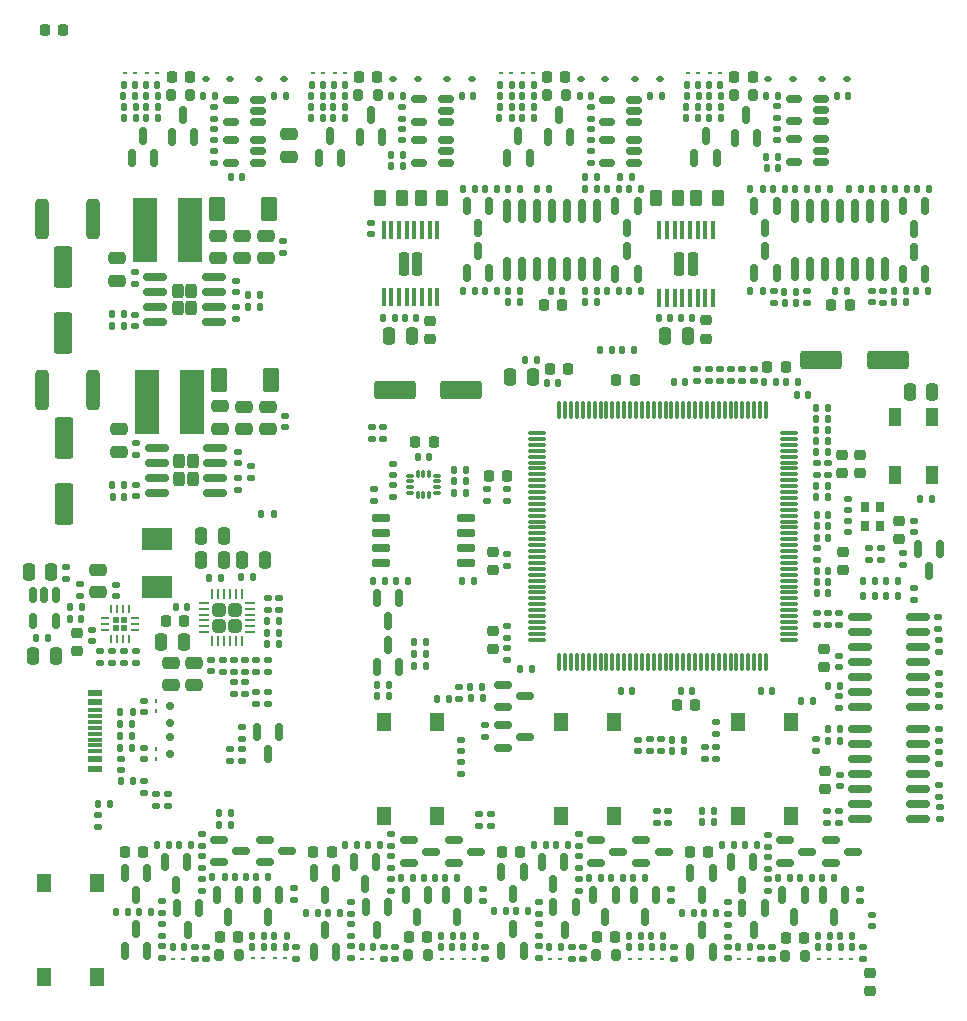
<source format=gbr>
%TF.GenerationSoftware,KiCad,Pcbnew,(7.0.0)*%
%TF.CreationDate,2023-03-09T20:35:22+00:00*%
%TF.ProjectId,RobotLegoController,526f626f-744c-4656-976f-436f6e74726f,REV A*%
%TF.SameCoordinates,Original*%
%TF.FileFunction,Paste,Top*%
%TF.FilePolarity,Positive*%
%FSLAX46Y46*%
G04 Gerber Fmt 4.6, Leading zero omitted, Abs format (unit mm)*
G04 Created by KiCad (PCBNEW (7.0.0)) date 2023-03-09 20:35:22*
%MOMM*%
%LPD*%
G01*
G04 APERTURE LIST*
G04 Aperture macros list*
%AMRoundRect*
0 Rectangle with rounded corners*
0 $1 Rounding radius*
0 $2 $3 $4 $5 $6 $7 $8 $9 X,Y pos of 4 corners*
0 Add a 4 corners polygon primitive as box body*
4,1,4,$2,$3,$4,$5,$6,$7,$8,$9,$2,$3,0*
0 Add four circle primitives for the rounded corners*
1,1,$1+$1,$2,$3*
1,1,$1+$1,$4,$5*
1,1,$1+$1,$6,$7*
1,1,$1+$1,$8,$9*
0 Add four rect primitives between the rounded corners*
20,1,$1+$1,$2,$3,$4,$5,0*
20,1,$1+$1,$4,$5,$6,$7,0*
20,1,$1+$1,$6,$7,$8,$9,0*
20,1,$1+$1,$8,$9,$2,$3,0*%
G04 Aperture macros list end*
%ADD10RoundRect,0.135000X-0.185000X0.135000X-0.185000X-0.135000X0.185000X-0.135000X0.185000X0.135000X0*%
%ADD11RoundRect,0.150000X0.150000X-0.587500X0.150000X0.587500X-0.150000X0.587500X-0.150000X-0.587500X0*%
%ADD12RoundRect,0.140000X0.140000X0.170000X-0.140000X0.170000X-0.140000X-0.170000X0.140000X-0.170000X0*%
%ADD13RoundRect,0.135000X-0.135000X-0.185000X0.135000X-0.185000X0.135000X0.185000X-0.135000X0.185000X0*%
%ADD14RoundRect,0.250000X-0.262500X-0.450000X0.262500X-0.450000X0.262500X0.450000X-0.262500X0.450000X0*%
%ADD15RoundRect,0.135000X0.185000X-0.135000X0.185000X0.135000X-0.185000X0.135000X-0.185000X-0.135000X0*%
%ADD16RoundRect,0.250000X-0.550000X1.500000X-0.550000X-1.500000X0.550000X-1.500000X0.550000X1.500000X0*%
%ADD17R,2.150000X5.500000*%
%ADD18RoundRect,0.150000X0.512500X0.150000X-0.512500X0.150000X-0.512500X-0.150000X0.512500X-0.150000X0*%
%ADD19RoundRect,0.062500X-0.117500X-0.062500X0.117500X-0.062500X0.117500X0.062500X-0.117500X0.062500X0*%
%ADD20RoundRect,0.250000X0.262500X0.450000X-0.262500X0.450000X-0.262500X-0.450000X0.262500X-0.450000X0*%
%ADD21RoundRect,0.250000X0.250000X0.475000X-0.250000X0.475000X-0.250000X-0.475000X0.250000X-0.475000X0*%
%ADD22RoundRect,0.225000X0.225000X0.250000X-0.225000X0.250000X-0.225000X-0.250000X0.225000X-0.250000X0*%
%ADD23RoundRect,0.135000X0.135000X0.185000X-0.135000X0.185000X-0.135000X-0.185000X0.135000X-0.185000X0*%
%ADD24RoundRect,0.112500X-0.187500X-0.112500X0.187500X-0.112500X0.187500X0.112500X-0.187500X0.112500X0*%
%ADD25RoundRect,0.140000X-0.140000X-0.170000X0.140000X-0.170000X0.140000X0.170000X-0.140000X0.170000X0*%
%ADD26RoundRect,0.150000X-0.150000X0.587500X-0.150000X-0.587500X0.150000X-0.587500X0.150000X0.587500X0*%
%ADD27RoundRect,0.112500X0.187500X0.112500X-0.187500X0.112500X-0.187500X-0.112500X0.187500X-0.112500X0*%
%ADD28RoundRect,0.140000X-0.170000X0.140000X-0.170000X-0.140000X0.170000X-0.140000X0.170000X0.140000X0*%
%ADD29RoundRect,0.200000X0.200000X0.275000X-0.200000X0.275000X-0.200000X-0.275000X0.200000X-0.275000X0*%
%ADD30RoundRect,0.225000X-0.225000X-0.250000X0.225000X-0.250000X0.225000X0.250000X-0.225000X0.250000X0*%
%ADD31RoundRect,0.150000X-0.825000X-0.150000X0.825000X-0.150000X0.825000X0.150000X-0.825000X0.150000X0*%
%ADD32RoundRect,0.075000X0.662500X0.075000X-0.662500X0.075000X-0.662500X-0.075000X0.662500X-0.075000X0*%
%ADD33RoundRect,0.075000X0.075000X0.662500X-0.075000X0.662500X-0.075000X-0.662500X0.075000X-0.662500X0*%
%ADD34RoundRect,0.150000X-0.587500X-0.150000X0.587500X-0.150000X0.587500X0.150000X-0.587500X0.150000X0*%
%ADD35RoundRect,0.250000X-0.475000X0.250000X-0.475000X-0.250000X0.475000X-0.250000X0.475000X0.250000X0*%
%ADD36RoundRect,0.140000X0.170000X-0.140000X0.170000X0.140000X-0.170000X0.140000X-0.170000X-0.140000X0*%
%ADD37R,2.500000X1.900000*%
%ADD38R,1.300000X1.550000*%
%ADD39RoundRect,0.250000X-1.500000X-0.550000X1.500000X-0.550000X1.500000X0.550000X-1.500000X0.550000X0*%
%ADD40RoundRect,0.150000X-0.150000X0.512500X-0.150000X-0.512500X0.150000X-0.512500X0.150000X0.512500X0*%
%ADD41RoundRect,0.062500X0.117500X0.062500X-0.117500X0.062500X-0.117500X-0.062500X0.117500X-0.062500X0*%
%ADD42RoundRect,0.147500X0.172500X-0.147500X0.172500X0.147500X-0.172500X0.147500X-0.172500X-0.147500X0*%
%ADD43RoundRect,0.250000X0.475000X-0.250000X0.475000X0.250000X-0.475000X0.250000X-0.475000X-0.250000X0*%
%ADD44RoundRect,0.150000X-0.650000X-0.150000X0.650000X-0.150000X0.650000X0.150000X-0.650000X0.150000X0*%
%ADD45RoundRect,0.240000X-0.240000X-0.385000X0.240000X-0.385000X0.240000X0.385000X-0.240000X0.385000X0*%
%ADD46RoundRect,0.225000X-0.250000X0.225000X-0.250000X-0.225000X0.250000X-0.225000X0.250000X0.225000X0*%
%ADD47RoundRect,0.147500X-0.172500X0.147500X-0.172500X-0.147500X0.172500X-0.147500X0.172500X0.147500X0*%
%ADD48RoundRect,0.087500X0.225000X0.087500X-0.225000X0.087500X-0.225000X-0.087500X0.225000X-0.087500X0*%
%ADD49RoundRect,0.087500X0.087500X0.225000X-0.087500X0.225000X-0.087500X-0.225000X0.087500X-0.225000X0*%
%ADD50RoundRect,0.232500X-0.232500X0.757500X-0.232500X-0.757500X0.232500X-0.757500X0.232500X0.757500X0*%
%ADD51RoundRect,0.100000X-0.100000X0.687500X-0.100000X-0.687500X0.100000X-0.687500X0.100000X0.687500X0*%
%ADD52RoundRect,0.250000X-0.312500X-1.450000X0.312500X-1.450000X0.312500X1.450000X-0.312500X1.450000X0*%
%ADD53RoundRect,0.225000X0.250000X-0.225000X0.250000X0.225000X-0.250000X0.225000X-0.250000X-0.225000X0*%
%ADD54RoundRect,0.150000X-0.200000X0.150000X-0.200000X-0.150000X0.200000X-0.150000X0.200000X0.150000X0*%
%ADD55RoundRect,0.250000X0.315000X-0.315000X0.315000X0.315000X-0.315000X0.315000X-0.315000X-0.315000X0*%
%ADD56RoundRect,0.062500X0.062500X-0.350000X0.062500X0.350000X-0.062500X0.350000X-0.062500X-0.350000X0*%
%ADD57RoundRect,0.062500X0.350000X-0.062500X0.350000X0.062500X-0.350000X0.062500X-0.350000X-0.062500X0*%
%ADD58RoundRect,0.150000X0.150000X-0.825000X0.150000X0.825000X-0.150000X0.825000X-0.150000X-0.825000X0*%
%ADD59RoundRect,0.147500X0.147500X0.172500X-0.147500X0.172500X-0.147500X-0.172500X0.147500X-0.172500X0*%
%ADD60RoundRect,0.250000X-0.250000X-0.475000X0.250000X-0.475000X0.250000X0.475000X-0.250000X0.475000X0*%
%ADD61RoundRect,0.062500X0.062500X-0.117500X0.062500X0.117500X-0.062500X0.117500X-0.062500X-0.117500X0*%
%ADD62R,0.800000X0.900000*%
%ADD63RoundRect,0.145000X-0.145000X-0.145000X0.145000X-0.145000X0.145000X0.145000X-0.145000X0.145000X0*%
%ADD64RoundRect,0.062500X-0.275000X-0.062500X0.275000X-0.062500X0.275000X0.062500X-0.275000X0.062500X0*%
%ADD65RoundRect,0.062500X-0.062500X-0.275000X0.062500X-0.275000X0.062500X0.275000X-0.062500X0.275000X0*%
%ADD66RoundRect,0.062500X-0.062500X0.117500X-0.062500X-0.117500X0.062500X-0.117500X0.062500X0.117500X0*%
%ADD67RoundRect,0.250000X0.450000X0.800000X-0.450000X0.800000X-0.450000X-0.800000X0.450000X-0.800000X0*%
%ADD68R,1.160000X0.600000*%
%ADD69R,1.160000X0.300000*%
%ADD70RoundRect,0.150000X0.200000X-0.150000X0.200000X0.150000X-0.200000X0.150000X-0.200000X-0.150000X0*%
%ADD71R,1.000000X1.500000*%
G04 APERTURE END LIST*
D10*
%TO.C,R68*%
X137100000Y-111990000D03*
X137100000Y-113010000D03*
%TD*%
D11*
%TO.C,D56*%
X191000000Y-54637500D03*
X192900000Y-54637500D03*
X191950000Y-52762500D03*
%TD*%
D12*
%TO.C,C177*%
X178830000Y-51150000D03*
X177870000Y-51150000D03*
%TD*%
D11*
%TO.C,D44*%
X159250000Y-54587500D03*
X161150000Y-54587500D03*
X160200000Y-52712500D03*
%TD*%
D13*
%TO.C,R205*%
X161890000Y-56100000D03*
X162910000Y-56100000D03*
%TD*%
D12*
%TO.C,C6*%
X186680000Y-105650000D03*
X185720000Y-105650000D03*
%TD*%
D14*
%TO.C,R243*%
X184367500Y-59750000D03*
X186192500Y-59750000D03*
%TD*%
D15*
%TO.C,R237*%
X178800000Y-53060000D03*
X178800000Y-52040000D03*
%TD*%
D16*
%TO.C,C66*%
X134200000Y-80100000D03*
X134200000Y-85700000D03*
%TD*%
D17*
%TO.C,L3*%
X141074999Y-62499999D03*
X144924999Y-62499999D03*
%TD*%
D18*
%TO.C,U15*%
X150637500Y-56750000D03*
X150637500Y-55800000D03*
X150637500Y-54850000D03*
X148362500Y-54850000D03*
X148362500Y-56750000D03*
%TD*%
D19*
%TO.C,D39*%
X184847500Y-124150000D03*
X184007500Y-124150000D03*
%TD*%
D20*
%TO.C,R207*%
X166237500Y-59762500D03*
X164412500Y-59762500D03*
%TD*%
D13*
%TO.C,R185*%
X180190000Y-58950000D03*
X181210000Y-58950000D03*
%TD*%
D21*
%TO.C,C51*%
X147750000Y-88400000D03*
X145850000Y-88400000D03*
%TD*%
D15*
%TO.C,R172*%
X198850000Y-112710000D03*
X198850000Y-111690000D03*
%TD*%
D22*
%TO.C,C53*%
X134175000Y-45500000D03*
X132625000Y-45500000D03*
%TD*%
D10*
%TO.C,R12*%
X189450000Y-104140000D03*
X189450000Y-105160000D03*
%TD*%
D23*
%TO.C,R188*%
X140310000Y-52050000D03*
X139290000Y-52050000D03*
%TD*%
D12*
%TO.C,C122*%
X183050000Y-123200000D03*
X182090000Y-123200000D03*
%TD*%
D13*
%TO.C,R152*%
X206700000Y-85250000D03*
X207720000Y-85250000D03*
%TD*%
%TO.C,R130*%
X172490000Y-120150000D03*
X173510000Y-120150000D03*
%TD*%
D23*
%TO.C,R58*%
X161710000Y-100950000D03*
X160690000Y-100950000D03*
%TD*%
D15*
%TO.C,R140*%
X178150000Y-124160000D03*
X178150000Y-123140000D03*
%TD*%
D24*
%TO.C,D50*%
X146200000Y-49700000D03*
X148300000Y-49700000D03*
%TD*%
D12*
%TO.C,C178*%
X194630000Y-51100000D03*
X193670000Y-51100000D03*
%TD*%
D25*
%TO.C,C176*%
X183870000Y-51150000D03*
X184830000Y-51150000D03*
%TD*%
%TO.C,C30*%
X197920000Y-84100000D03*
X198880000Y-84100000D03*
%TD*%
D12*
%TO.C,C121*%
X192280000Y-123200000D03*
X191320000Y-123200000D03*
%TD*%
D10*
%TO.C,R75*%
X158500000Y-121230000D03*
X158500000Y-122250000D03*
%TD*%
%TO.C,R107*%
X184400000Y-111690000D03*
X184400000Y-112710000D03*
%TD*%
D15*
%TO.C,R120*%
X199800000Y-102960000D03*
X199800000Y-101940000D03*
%TD*%
D10*
%TO.C,R74*%
X142500000Y-121240000D03*
X142500000Y-122260000D03*
%TD*%
D13*
%TO.C,R150*%
X182040000Y-122250000D03*
X183060000Y-122250000D03*
%TD*%
D26*
%TO.C,D15*%
X145650000Y-119862500D03*
X143750000Y-119862500D03*
X144700000Y-121737500D03*
%TD*%
D27*
%TO.C,D49*%
X152850000Y-49650000D03*
X150750000Y-49650000D03*
%TD*%
%TO.C,D61*%
X184650000Y-49700000D03*
X182550000Y-49700000D03*
%TD*%
D28*
%TO.C,C72*%
X152950000Y-78170000D03*
X152950000Y-79130000D03*
%TD*%
D13*
%TO.C,R132*%
X173980000Y-114500000D03*
X175000000Y-114500000D03*
%TD*%
D29*
%TO.C,F10*%
X192575000Y-51000000D03*
X190925000Y-51000000D03*
%TD*%
D23*
%TO.C,R176*%
X142176382Y-53007678D03*
X141156382Y-53007678D03*
%TD*%
D13*
%TO.C,R151*%
X198040000Y-122250000D03*
X199060000Y-122250000D03*
%TD*%
D30*
%TO.C,C140*%
X174825000Y-68850000D03*
X176375000Y-68850000D03*
%TD*%
D13*
%TO.C,R198*%
X167990000Y-67650000D03*
X169010000Y-67650000D03*
%TD*%
D15*
%TO.C,R123*%
X208300000Y-100960000D03*
X208300000Y-99940000D03*
%TD*%
D13*
%TO.C,R63*%
X138320000Y-84050000D03*
X139340000Y-84050000D03*
%TD*%
D23*
%TO.C,R54*%
X161710000Y-101950000D03*
X160690000Y-101950000D03*
%TD*%
D31*
%TO.C,U10*%
X201575000Y-95240000D03*
X201575000Y-96510000D03*
X201575000Y-97780000D03*
X201575000Y-99050000D03*
X201575000Y-100320000D03*
X201575000Y-101590000D03*
X201575000Y-102860000D03*
X206525000Y-102860000D03*
X206525000Y-101590000D03*
X206525000Y-100320000D03*
X206525000Y-99050000D03*
X206525000Y-97780000D03*
X206525000Y-96510000D03*
X206525000Y-95240000D03*
%TD*%
D26*
%TO.C,D20*%
X165050000Y-118762500D03*
X163150000Y-118762500D03*
X164100000Y-120637500D03*
%TD*%
D13*
%TO.C,R82*%
X142090000Y-114550000D03*
X143110000Y-114550000D03*
%TD*%
D23*
%TO.C,R49*%
X152410000Y-95550000D03*
X151390000Y-95550000D03*
%TD*%
D10*
%TO.C,R167*%
X177800000Y-113630000D03*
X177800000Y-114650000D03*
%TD*%
D13*
%TO.C,R6*%
X185700062Y-106594881D03*
X186720062Y-106594881D03*
%TD*%
D11*
%TO.C,D59*%
X171750000Y-56337500D03*
X173650000Y-56337500D03*
X172700000Y-54462500D03*
%TD*%
D13*
%TO.C,R30*%
X138990000Y-106300000D03*
X140010000Y-106300000D03*
%TD*%
D24*
%TO.C,D62*%
X177950000Y-49700000D03*
X180050000Y-49700000D03*
%TD*%
D15*
%TO.C,R141*%
X194150000Y-124210000D03*
X194150000Y-123190000D03*
%TD*%
D23*
%TO.C,R102*%
X148360000Y-111850000D03*
X147340000Y-111850000D03*
%TD*%
D24*
%TO.C,D63*%
X193800000Y-49650000D03*
X195900000Y-49650000D03*
%TD*%
D10*
%TO.C,R170*%
X199850000Y-111690000D03*
X199850000Y-112710000D03*
%TD*%
D26*
%TO.C,Q13*%
X208400000Y-89462500D03*
X206500000Y-89462500D03*
X207450000Y-91337500D03*
%TD*%
D32*
%TO.C,U2*%
X195562500Y-97150000D03*
X195562500Y-96650000D03*
X195562500Y-96150000D03*
X195562500Y-95650000D03*
X195562500Y-95150000D03*
X195562500Y-94650000D03*
X195562500Y-94150000D03*
X195562500Y-93650000D03*
X195562500Y-93150000D03*
X195562500Y-92650000D03*
X195562500Y-92150000D03*
X195562500Y-91650000D03*
X195562500Y-91150000D03*
X195562500Y-90650000D03*
X195562500Y-90150000D03*
X195562500Y-89650000D03*
X195562500Y-89150000D03*
X195562500Y-88650000D03*
X195562500Y-88150000D03*
X195562500Y-87650000D03*
X195562500Y-87150000D03*
X195562500Y-86650000D03*
X195562500Y-86150000D03*
X195562500Y-85650000D03*
X195562500Y-85150000D03*
X195562500Y-84650000D03*
X195562500Y-84150000D03*
X195562500Y-83650000D03*
X195562500Y-83150000D03*
X195562500Y-82650000D03*
X195562500Y-82150000D03*
X195562500Y-81650000D03*
X195562500Y-81150000D03*
X195562500Y-80650000D03*
X195562500Y-80150000D03*
X195562500Y-79650000D03*
D33*
X193650000Y-77737500D03*
X193150000Y-77737500D03*
X192650000Y-77737500D03*
X192150000Y-77737500D03*
X191650000Y-77737500D03*
X191150000Y-77737500D03*
X190650000Y-77737500D03*
X190150000Y-77737500D03*
X189650000Y-77737500D03*
X189150000Y-77737500D03*
X188650000Y-77737500D03*
X188150000Y-77737500D03*
X187650000Y-77737500D03*
X187150000Y-77737500D03*
X186650000Y-77737500D03*
X186150000Y-77737500D03*
X185650000Y-77737500D03*
X185150000Y-77737500D03*
X184650000Y-77737500D03*
X184150000Y-77737500D03*
X183650000Y-77737500D03*
X183150000Y-77737500D03*
X182650000Y-77737500D03*
X182150000Y-77737500D03*
X181650000Y-77737500D03*
X181150000Y-77737500D03*
X180650000Y-77737500D03*
X180150000Y-77737500D03*
X179650000Y-77737500D03*
X179150000Y-77737500D03*
X178650000Y-77737500D03*
X178150000Y-77737500D03*
X177650000Y-77737500D03*
X177150000Y-77737500D03*
X176650000Y-77737500D03*
X176150000Y-77737500D03*
D32*
X174237500Y-79650000D03*
X174237500Y-80150000D03*
X174237500Y-80650000D03*
X174237500Y-81150000D03*
X174237500Y-81650000D03*
X174237500Y-82150000D03*
X174237500Y-82650000D03*
X174237500Y-83150000D03*
X174237500Y-83650000D03*
X174237500Y-84150000D03*
X174237500Y-84650000D03*
X174237500Y-85150000D03*
X174237500Y-85650000D03*
X174237500Y-86150000D03*
X174237500Y-86650000D03*
X174237500Y-87150000D03*
X174237500Y-87650000D03*
X174237500Y-88150000D03*
X174237500Y-88650000D03*
X174237500Y-89150000D03*
X174237500Y-89650000D03*
X174237500Y-90150000D03*
X174237500Y-90650000D03*
X174237500Y-91150000D03*
X174237500Y-91650000D03*
X174237500Y-92150000D03*
X174237500Y-92650000D03*
X174237500Y-93150000D03*
X174237500Y-93650000D03*
X174237500Y-94150000D03*
X174237500Y-94650000D03*
X174237500Y-95150000D03*
X174237500Y-95650000D03*
X174237500Y-96150000D03*
X174237500Y-96650000D03*
X174237500Y-97150000D03*
D33*
X176150000Y-99062500D03*
X176650000Y-99062500D03*
X177150000Y-99062500D03*
X177650000Y-99062500D03*
X178150000Y-99062500D03*
X178650000Y-99062500D03*
X179150000Y-99062500D03*
X179650000Y-99062500D03*
X180150000Y-99062500D03*
X180650000Y-99062500D03*
X181150000Y-99062500D03*
X181650000Y-99062500D03*
X182150000Y-99062500D03*
X182650000Y-99062500D03*
X183150000Y-99062500D03*
X183650000Y-99062500D03*
X184150000Y-99062500D03*
X184650000Y-99062500D03*
X185150000Y-99062500D03*
X185650000Y-99062500D03*
X186150000Y-99062500D03*
X186650000Y-99062500D03*
X187150000Y-99062500D03*
X187650000Y-99062500D03*
X188150000Y-99062500D03*
X188650000Y-99062500D03*
X189150000Y-99062500D03*
X189650000Y-99062500D03*
X190150000Y-99062500D03*
X190650000Y-99062500D03*
X191150000Y-99062500D03*
X191650000Y-99062500D03*
X192150000Y-99062500D03*
X192650000Y-99062500D03*
X193150000Y-99062500D03*
X193650000Y-99062500D03*
%TD*%
D34*
%TO.C,Q27*%
X183112500Y-114150000D03*
X183112500Y-116050000D03*
X184987500Y-115100000D03*
%TD*%
D35*
%TO.C,C79*%
X151300000Y-62950000D03*
X151300000Y-64850000D03*
%TD*%
D10*
%TO.C,R142*%
X177200000Y-123140000D03*
X177200000Y-124160000D03*
%TD*%
D25*
%TO.C,C129*%
X197920000Y-77500000D03*
X198880000Y-77500000D03*
%TD*%
D13*
%TO.C,R85*%
X154690000Y-120250000D03*
X155710000Y-120250000D03*
%TD*%
D12*
%TO.C,C136*%
X140256436Y-50146776D03*
X139296436Y-50146776D03*
%TD*%
D13*
%TO.C,R101*%
X166140000Y-122250000D03*
X167160000Y-122250000D03*
%TD*%
D34*
%TO.C,Q12*%
X195262500Y-114150000D03*
X195262500Y-116050000D03*
X197137500Y-115100000D03*
%TD*%
D25*
%TO.C,C154*%
X167890000Y-51150000D03*
X168850000Y-51150000D03*
%TD*%
D36*
%TO.C,C18*%
X197950000Y-83180000D03*
X197950000Y-82220000D03*
%TD*%
D28*
%TO.C,C145*%
X162850000Y-53920000D03*
X162850000Y-54880000D03*
%TD*%
D13*
%TO.C,R26*%
X201890000Y-93450000D03*
X202910000Y-93450000D03*
%TD*%
D15*
%TO.C,R202*%
X146950000Y-53060000D03*
X146950000Y-52040000D03*
%TD*%
D18*
%TO.C,U13*%
X150637500Y-53350000D03*
X150637500Y-52400000D03*
X150637500Y-51450000D03*
X148362500Y-51450000D03*
X148362500Y-53350000D03*
%TD*%
D15*
%TO.C,R231*%
X197150000Y-68660000D03*
X197150000Y-67640000D03*
%TD*%
D37*
%TO.C,L1*%
X142099999Y-92699999D03*
X142099999Y-88599999D03*
%TD*%
D38*
%TO.C,SW2*%
X195799999Y-104149999D03*
X195799999Y-112099999D03*
X191299999Y-104149999D03*
X191299999Y-112099999D03*
%TD*%
D23*
%TO.C,R193*%
X179310000Y-67650000D03*
X178290000Y-67650000D03*
%TD*%
D13*
%TO.C,R60*%
X149790000Y-68000000D03*
X150810000Y-68000000D03*
%TD*%
D36*
%TO.C,C80*%
X148950000Y-82180000D03*
X148950000Y-81220000D03*
%TD*%
D25*
%TO.C,C126*%
X183970000Y-123200000D03*
X184930000Y-123200000D03*
%TD*%
D13*
%TO.C,R29*%
X139000000Y-103300000D03*
X140020000Y-103300000D03*
%TD*%
D29*
%TO.C,F8*%
X160775000Y-51000000D03*
X159125000Y-51000000D03*
%TD*%
D15*
%TO.C,R10*%
X184800000Y-106610000D03*
X184800000Y-105590000D03*
%TD*%
D28*
%TO.C,C170*%
X194600000Y-53900000D03*
X194600000Y-54860000D03*
%TD*%
D23*
%TO.C,R196*%
X172810000Y-68600000D03*
X171790000Y-68600000D03*
%TD*%
D15*
%TO.C,R116*%
X153900000Y-124160000D03*
X153900000Y-123140000D03*
%TD*%
D10*
%TO.C,R144*%
X177800000Y-115490000D03*
X177800000Y-116510000D03*
%TD*%
D15*
%TO.C,R204*%
X146950000Y-56760000D03*
X146950000Y-55740000D03*
%TD*%
D36*
%TO.C,C113*%
X199800000Y-99480000D03*
X199800000Y-98520000D03*
%TD*%
D10*
%TO.C,R77*%
X158500000Y-119330000D03*
X158500000Y-120350000D03*
%TD*%
D13*
%TO.C,R209*%
X172966891Y-52057469D03*
X173986891Y-52057469D03*
%TD*%
D39*
%TO.C,C148*%
X162250000Y-76050000D03*
X167850000Y-76050000D03*
%TD*%
D22*
%TO.C,C60*%
X144375000Y-95600000D03*
X142825000Y-95600000D03*
%TD*%
D23*
%TO.C,R66*%
X140060000Y-109150000D03*
X139040000Y-109150000D03*
%TD*%
D12*
%TO.C,C100*%
X144380000Y-123200000D03*
X143420000Y-123200000D03*
%TD*%
D13*
%TO.C,R32*%
X138990000Y-104300000D03*
X140010000Y-104300000D03*
%TD*%
D15*
%TO.C,R5*%
X161250000Y-80160000D03*
X161250000Y-79140000D03*
%TD*%
D36*
%TO.C,C158*%
X191650000Y-75230000D03*
X191650000Y-74270000D03*
%TD*%
D15*
%TO.C,R62*%
X148930000Y-84460000D03*
X148930000Y-83440000D03*
%TD*%
D30*
%TO.C,C35*%
X175375000Y-74200000D03*
X176925000Y-74200000D03*
%TD*%
D28*
%TO.C,C28*%
X171750000Y-84420000D03*
X171750000Y-85380000D03*
%TD*%
D29*
%TO.C,F6*%
X196925000Y-123900000D03*
X195275000Y-123900000D03*
%TD*%
D30*
%TO.C,C36*%
X180975000Y-75200000D03*
X182525000Y-75200000D03*
%TD*%
D36*
%TO.C,C29*%
X171750000Y-98830000D03*
X171750000Y-97870000D03*
%TD*%
D26*
%TO.C,D34*%
X196950000Y-118762500D03*
X195050000Y-118762500D03*
X196000000Y-120637500D03*
%TD*%
D13*
%TO.C,R3*%
X167240000Y-82750000D03*
X168260000Y-82750000D03*
%TD*%
%TO.C,R162*%
X182380000Y-117300000D03*
X183400000Y-117300000D03*
%TD*%
D40*
%TO.C,U7*%
X133500000Y-93325000D03*
X132550000Y-93325000D03*
X131600000Y-93325000D03*
X131600000Y-95600000D03*
X133500000Y-95600000D03*
%TD*%
D23*
%TO.C,R136*%
X199910000Y-104750000D03*
X198890000Y-104750000D03*
%TD*%
D15*
%TO.C,R90*%
X146250000Y-124160000D03*
X146250000Y-123140000D03*
%TD*%
D41*
%TO.C,D57*%
X171230000Y-49200000D03*
X172070000Y-49200000D03*
%TD*%
D30*
%TO.C,C160*%
X190975000Y-49500000D03*
X192525000Y-49500000D03*
%TD*%
D10*
%TO.C,R71*%
X142000000Y-110190000D03*
X142000000Y-111210000D03*
%TD*%
D19*
%TO.C,D41*%
X142070000Y-49200000D03*
X141230000Y-49200000D03*
%TD*%
D25*
%TO.C,C87*%
X197970000Y-92250000D03*
X198930000Y-92250000D03*
%TD*%
D16*
%TO.C,C69*%
X134100000Y-65600000D03*
X134100000Y-71200000D03*
%TD*%
D15*
%TO.C,R106*%
X185400000Y-112710000D03*
X185400000Y-111690000D03*
%TD*%
D28*
%TO.C,C41*%
X139050000Y-107220000D03*
X139050000Y-108180000D03*
%TD*%
D15*
%TO.C,R121*%
X208300000Y-102870866D03*
X208300000Y-101850866D03*
%TD*%
D10*
%TO.C,R154*%
X205250000Y-89790000D03*
X205250000Y-90810000D03*
%TD*%
D25*
%TO.C,C156*%
X188820000Y-50150000D03*
X189780000Y-50150000D03*
%TD*%
D36*
%TO.C,C46*%
X149300000Y-105530000D03*
X149300000Y-104570000D03*
%TD*%
D12*
%TO.C,C153*%
X162880000Y-51150000D03*
X161920000Y-51150000D03*
%TD*%
D36*
%TO.C,C20*%
X171750000Y-96980000D03*
X171750000Y-96020000D03*
%TD*%
D23*
%TO.C,R179*%
X179310000Y-58950000D03*
X178290000Y-58950000D03*
%TD*%
D10*
%TO.C,R126*%
X174400000Y-119340000D03*
X174400000Y-120360000D03*
%TD*%
D25*
%TO.C,C167*%
X181320000Y-58000000D03*
X182280000Y-58000000D03*
%TD*%
D15*
%TO.C,R160*%
X185600000Y-119260000D03*
X185600000Y-118240000D03*
%TD*%
D29*
%TO.C,F9*%
X176725000Y-51000000D03*
X175075000Y-51000000D03*
%TD*%
D13*
%TO.C,R80*%
X140540000Y-120200000D03*
X141560000Y-120200000D03*
%TD*%
D11*
%TO.C,D14*%
X155350000Y-123600000D03*
X157250000Y-123600000D03*
X156300000Y-121725000D03*
%TD*%
D27*
%TO.C,D52*%
X168750000Y-49700000D03*
X166650000Y-49700000D03*
%TD*%
D13*
%TO.C,R51*%
X163840000Y-98350000D03*
X164860000Y-98350000D03*
%TD*%
D38*
%TO.C,SW5*%
X176299999Y-112099999D03*
X176299999Y-104149999D03*
X180799999Y-112099999D03*
X180799999Y-104149999D03*
%TD*%
D25*
%TO.C,C103*%
X148670000Y-117250000D03*
X149630000Y-117250000D03*
%TD*%
D42*
%TO.C,D1*%
X182850000Y-106585000D03*
X182850000Y-105615000D03*
%TD*%
D23*
%TO.C,R222*%
X207460000Y-58950000D03*
X206440000Y-58950000D03*
%TD*%
D25*
%TO.C,C106*%
X152020000Y-123150000D03*
X152980000Y-123150000D03*
%TD*%
D13*
%TO.C,R2*%
X167240000Y-84750000D03*
X168260000Y-84750000D03*
%TD*%
D43*
%TO.C,C44*%
X137100000Y-93150000D03*
X137100000Y-91250000D03*
%TD*%
D13*
%TO.C,R221*%
X192340000Y-58950000D03*
X193360000Y-58950000D03*
%TD*%
D23*
%TO.C,R104*%
X148360000Y-112850000D03*
X147340000Y-112850000D03*
%TD*%
D36*
%TO.C,C133*%
X188800000Y-75230000D03*
X188800000Y-74270000D03*
%TD*%
D11*
%TO.C,Q31*%
X168300000Y-66137500D03*
X170200000Y-66137500D03*
X169250000Y-64262500D03*
%TD*%
D12*
%TO.C,C104*%
X167080000Y-123200000D03*
X166120000Y-123200000D03*
%TD*%
D25*
%TO.C,C107*%
X168020000Y-123200000D03*
X168980000Y-123200000D03*
%TD*%
D10*
%TO.C,R119*%
X161900000Y-113600000D03*
X161900000Y-114620000D03*
%TD*%
D30*
%TO.C,C110*%
X171275000Y-115100000D03*
X172825000Y-115100000D03*
%TD*%
D26*
%TO.C,Q29*%
X170200000Y-60412500D03*
X168300000Y-60412500D03*
X169250000Y-62287500D03*
%TD*%
D25*
%TO.C,C128*%
X196270000Y-76400000D03*
X197230000Y-76400000D03*
%TD*%
D21*
%TO.C,C40*%
X173900000Y-74950000D03*
X172000000Y-74950000D03*
%TD*%
D12*
%TO.C,C143*%
X162880000Y-57050000D03*
X161920000Y-57050000D03*
%TD*%
D36*
%TO.C,C116*%
X190400000Y-124130000D03*
X190400000Y-123170000D03*
%TD*%
D23*
%TO.C,R200*%
X170910000Y-67650000D03*
X169890000Y-67650000D03*
%TD*%
D44*
%TO.C,U4*%
X161050000Y-86845000D03*
X161050000Y-88115000D03*
X161050000Y-89385000D03*
X161050000Y-90655000D03*
X168250000Y-90655000D03*
X168250000Y-89385000D03*
X168250000Y-88115000D03*
X168250000Y-86845000D03*
%TD*%
D10*
%TO.C,R57*%
X152400000Y-93590000D03*
X152400000Y-94610000D03*
%TD*%
D11*
%TO.C,Q36*%
X205250000Y-66187500D03*
X207150000Y-66187500D03*
X206200000Y-64312500D03*
%TD*%
D13*
%TO.C,R83*%
X158040000Y-114500000D03*
X159060000Y-114500000D03*
%TD*%
D34*
%TO.C,Q9*%
X163400000Y-114150000D03*
X163400000Y-116050000D03*
X165275000Y-115100000D03*
%TD*%
D45*
%TO.C,U8*%
X143980000Y-82045000D03*
X143980000Y-83545000D03*
X145120000Y-82045000D03*
X145120000Y-83545000D03*
D31*
X142075000Y-80890000D03*
X142075000Y-82160000D03*
X142075000Y-83430000D03*
X142075000Y-84700000D03*
X147025000Y-84700000D03*
X147025000Y-83430000D03*
X147025000Y-82160000D03*
X147025000Y-80890000D03*
%TD*%
D10*
%TO.C,R13*%
X169850000Y-104390000D03*
X169850000Y-105410000D03*
%TD*%
D46*
%TO.C,C19*%
X170550000Y-96375000D03*
X170550000Y-97925000D03*
%TD*%
D30*
%TO.C,C114*%
X179325000Y-122350000D03*
X180875000Y-122350000D03*
%TD*%
D25*
%TO.C,C131*%
X157070000Y-50150000D03*
X158030000Y-50150000D03*
%TD*%
D46*
%TO.C,C112*%
X198600000Y-97925000D03*
X198600000Y-99475000D03*
%TD*%
D26*
%TO.C,Q18*%
X189150000Y-116912500D03*
X187250000Y-116912500D03*
X188200000Y-118787500D03*
%TD*%
D34*
%TO.C,Q28*%
X199162500Y-114150000D03*
X199162500Y-116050000D03*
X201037500Y-115100000D03*
%TD*%
D25*
%TO.C,C146*%
X163095000Y-69912500D03*
X164055000Y-69912500D03*
%TD*%
D47*
%TO.C,D2*%
X197850000Y-105597500D03*
X197850000Y-106567500D03*
%TD*%
D36*
%TO.C,C68*%
X140350000Y-81480000D03*
X140350000Y-80520000D03*
%TD*%
D25*
%TO.C,C58*%
X197970000Y-88500000D03*
X198930000Y-88500000D03*
%TD*%
D13*
%TO.C,R174*%
X141150051Y-52036401D03*
X142170051Y-52036401D03*
%TD*%
D35*
%TO.C,C73*%
X147450000Y-77400000D03*
X147450000Y-79300000D03*
%TD*%
D42*
%TO.C,D3*%
X167850000Y-106585000D03*
X167850000Y-105615000D03*
%TD*%
D15*
%TO.C,R103*%
X169350000Y-112910000D03*
X169350000Y-111890000D03*
%TD*%
D10*
%TO.C,R127*%
X190400000Y-119390000D03*
X190400000Y-120410000D03*
%TD*%
%TO.C,R23*%
X183850000Y-105590000D03*
X183850000Y-106610000D03*
%TD*%
D28*
%TO.C,C42*%
X136600000Y-96320000D03*
X136600000Y-97280000D03*
%TD*%
D13*
%TO.C,R11*%
X165790000Y-102150000D03*
X166810000Y-102150000D03*
%TD*%
D19*
%TO.C,D53*%
X173957500Y-49200000D03*
X173117500Y-49200000D03*
%TD*%
D17*
%TO.C,L2*%
X141224999Y-76999999D03*
X145074999Y-76999999D03*
%TD*%
D25*
%TO.C,C86*%
X197970000Y-87550000D03*
X198930000Y-87550000D03*
%TD*%
%TO.C,C125*%
X196570000Y-117300000D03*
X197530000Y-117300000D03*
%TD*%
D13*
%TO.C,R227*%
X195190000Y-67700000D03*
X196210000Y-67700000D03*
%TD*%
%TO.C,R233*%
X192340000Y-67650000D03*
X193360000Y-67650000D03*
%TD*%
D30*
%TO.C,C37*%
X170175000Y-83250000D03*
X171725000Y-83250000D03*
%TD*%
D36*
%TO.C,C164*%
X202600000Y-68580000D03*
X202600000Y-67620000D03*
%TD*%
D41*
%TO.C,D21*%
X150230000Y-124100000D03*
X151070000Y-124100000D03*
%TD*%
D30*
%TO.C,C165*%
X199175000Y-68850000D03*
X200725000Y-68850000D03*
%TD*%
D23*
%TO.C,R108*%
X189260000Y-112600000D03*
X188240000Y-112600000D03*
%TD*%
D48*
%TO.C,U1*%
X165812500Y-84750000D03*
X165812500Y-84250000D03*
X165812500Y-83750000D03*
X165812500Y-83250000D03*
D49*
X165150000Y-83087500D03*
X164650000Y-83087500D03*
X164150000Y-83087500D03*
D48*
X163487500Y-83250000D03*
X163487500Y-83750000D03*
X163487500Y-84250000D03*
X163487500Y-84750000D03*
D49*
X164150000Y-84912500D03*
X164650000Y-84912500D03*
X165150000Y-84912500D03*
%TD*%
D50*
%TO.C,U17*%
X164130000Y-65300000D03*
X162970000Y-65300000D03*
D51*
X165825000Y-62437500D03*
X165175000Y-62437500D03*
X164525000Y-62437500D03*
X163875000Y-62437500D03*
X163225000Y-62437500D03*
X162575000Y-62437500D03*
X161925000Y-62437500D03*
X161275000Y-62437500D03*
X161275000Y-68162500D03*
X161925000Y-68162500D03*
X162575000Y-68162500D03*
X163225000Y-68162500D03*
X163875000Y-68162500D03*
X164525000Y-68162500D03*
X165175000Y-68162500D03*
X165825000Y-68162500D03*
%TD*%
D10*
%TO.C,R105*%
X170350000Y-111890000D03*
X170350000Y-112910000D03*
%TD*%
D15*
%TO.C,R110*%
X153700000Y-119210000D03*
X153700000Y-118190000D03*
%TD*%
%TO.C,R91*%
X162250000Y-124160000D03*
X162250000Y-123140000D03*
%TD*%
D10*
%TO.C,R95*%
X161300000Y-123140000D03*
X161300000Y-124160000D03*
%TD*%
D23*
%TO.C,R113*%
X153060000Y-122200000D03*
X152040000Y-122200000D03*
%TD*%
D12*
%TO.C,C141*%
X176380000Y-67600000D03*
X175420000Y-67600000D03*
%TD*%
D52*
%TO.C,F2*%
X132362500Y-61500000D03*
X136637500Y-61500000D03*
%TD*%
D26*
%TO.C,D33*%
X180950000Y-118762500D03*
X179050000Y-118762500D03*
X180000000Y-120637500D03*
%TD*%
D23*
%TO.C,R224*%
X187910000Y-52050000D03*
X186890000Y-52050000D03*
%TD*%
D12*
%TO.C,C5*%
X165130000Y-81700000D03*
X164170000Y-81700000D03*
%TD*%
D39*
%TO.C,C173*%
X198350000Y-73450000D03*
X203950000Y-73450000D03*
%TD*%
D47*
%TO.C,D9*%
X148600000Y-100765000D03*
X148600000Y-101735000D03*
%TD*%
D23*
%TO.C,R219*%
X195260000Y-58950000D03*
X194240000Y-58950000D03*
%TD*%
D10*
%TO.C,R93*%
X145900000Y-117390000D03*
X145900000Y-118410000D03*
%TD*%
D25*
%TO.C,C123*%
X180570000Y-117300000D03*
X181530000Y-117300000D03*
%TD*%
D36*
%TO.C,C4*%
X162100000Y-83230000D03*
X162100000Y-82270000D03*
%TD*%
D52*
%TO.C,F1*%
X132362500Y-76000000D03*
X136637500Y-76000000D03*
%TD*%
D10*
%TO.C,R28*%
X135600000Y-92440000D03*
X135600000Y-93460000D03*
%TD*%
D23*
%TO.C,R215*%
X173997858Y-51103973D03*
X172977858Y-51103973D03*
%TD*%
D34*
%TO.C,Q16*%
X167250000Y-114150000D03*
X167250000Y-116050000D03*
X169125000Y-115100000D03*
%TD*%
D23*
%TO.C,R122*%
X199920000Y-101050000D03*
X198900000Y-101050000D03*
%TD*%
D13*
%TO.C,R135*%
X186540000Y-120250000D03*
X187560000Y-120250000D03*
%TD*%
D19*
%TO.C,D26*%
X168950000Y-124150000D03*
X168110000Y-124150000D03*
%TD*%
D11*
%TO.C,Q35*%
X192650000Y-66137500D03*
X194550000Y-66137500D03*
X193600000Y-64262500D03*
%TD*%
D10*
%TO.C,R146*%
X193800000Y-117440000D03*
X193800000Y-118460000D03*
%TD*%
D47*
%TO.C,D8*%
X149550000Y-100765000D03*
X149550000Y-101735000D03*
%TD*%
D13*
%TO.C,R17*%
X167890000Y-92150000D03*
X168910000Y-92150000D03*
%TD*%
D15*
%TO.C,R235*%
X194300000Y-68660000D03*
X194300000Y-67640000D03*
%TD*%
%TO.C,R52*%
X147650000Y-99860000D03*
X147650000Y-98840000D03*
%TD*%
D38*
%TO.C,SW3*%
X137049999Y-117774999D03*
X137049999Y-125724999D03*
X132549999Y-117774999D03*
X132549999Y-125724999D03*
%TD*%
D36*
%TO.C,C8*%
X189450000Y-107230000D03*
X189450000Y-106270000D03*
%TD*%
D13*
%TO.C,R230*%
X186934373Y-51100826D03*
X187954373Y-51100826D03*
%TD*%
D10*
%TO.C,R87*%
X208250000Y-95240000D03*
X208250000Y-96260000D03*
%TD*%
D36*
%TO.C,C115*%
X174400000Y-124080000D03*
X174400000Y-123120000D03*
%TD*%
D19*
%TO.C,D25*%
X152920000Y-124100000D03*
X152080000Y-124100000D03*
%TD*%
D36*
%TO.C,C81*%
X148800000Y-67700000D03*
X148800000Y-66740000D03*
%TD*%
D35*
%TO.C,C74*%
X149450000Y-77450000D03*
X149450000Y-79350000D03*
%TD*%
D22*
%TO.C,C13*%
X187675000Y-102700000D03*
X186125000Y-102700000D03*
%TD*%
D10*
%TO.C,R228*%
X203550000Y-67590000D03*
X203550000Y-68610000D03*
%TD*%
D23*
%TO.C,R41*%
X152410000Y-97550000D03*
X151390000Y-97550000D03*
%TD*%
D28*
%TO.C,C76*%
X152800000Y-63420000D03*
X152800000Y-64380000D03*
%TD*%
D30*
%TO.C,C99*%
X163425000Y-122350000D03*
X164975000Y-122350000D03*
%TD*%
D10*
%TO.C,R145*%
X193200000Y-123190000D03*
X193200000Y-124210000D03*
%TD*%
D28*
%TO.C,C22*%
X200612500Y-87070000D03*
X200612500Y-88030000D03*
%TD*%
D25*
%TO.C,C14*%
X186420000Y-101500000D03*
X187380000Y-101500000D03*
%TD*%
D11*
%TO.C,D48*%
X155800000Y-56375000D03*
X157700000Y-56375000D03*
X156750000Y-54500000D03*
%TD*%
D21*
%TO.C,C61*%
X133150000Y-91400000D03*
X131250000Y-91400000D03*
%TD*%
D30*
%TO.C,C90*%
X139375000Y-115150000D03*
X140925000Y-115150000D03*
%TD*%
D28*
%TO.C,C144*%
X146950000Y-53920000D03*
X146950000Y-54880000D03*
%TD*%
%TO.C,C47*%
X141000000Y-106320000D03*
X141000000Y-107280000D03*
%TD*%
D35*
%TO.C,C78*%
X149300000Y-62950000D03*
X149300000Y-64850000D03*
%TD*%
D30*
%TO.C,C135*%
X159175000Y-49500000D03*
X160725000Y-49500000D03*
%TD*%
D36*
%TO.C,C95*%
X142500000Y-124080000D03*
X142500000Y-123120000D03*
%TD*%
D10*
%TO.C,R35*%
X149300000Y-106390000D03*
X149300000Y-107410000D03*
%TD*%
D26*
%TO.C,D30*%
X193550000Y-119862500D03*
X191650000Y-119862500D03*
X192600000Y-121737500D03*
%TD*%
D15*
%TO.C,R70*%
X141000000Y-110160000D03*
X141000000Y-109140000D03*
%TD*%
D19*
%TO.C,D54*%
X189770000Y-49200000D03*
X188930000Y-49200000D03*
%TD*%
D53*
%TO.C,C16*%
X200100000Y-83025000D03*
X200100000Y-81475000D03*
%TD*%
D21*
%TO.C,C65*%
X144350000Y-97350000D03*
X142450000Y-97350000D03*
%TD*%
D11*
%TO.C,D55*%
X175167006Y-54606730D03*
X177067006Y-54606730D03*
X176117006Y-52731730D03*
%TD*%
%TO.C,Q4*%
X160700000Y-99437500D03*
X162600000Y-99437500D03*
X161650000Y-97562500D03*
%TD*%
D13*
%TO.C,R27*%
X201890000Y-92150000D03*
X202910000Y-92150000D03*
%TD*%
D15*
%TO.C,R59*%
X150055518Y-83442463D03*
X150055518Y-82422463D03*
%TD*%
D12*
%TO.C,C163*%
X196230000Y-68650000D03*
X195270000Y-68650000D03*
%TD*%
D34*
%TO.C,Q1*%
X171412500Y-104400000D03*
X171412500Y-106300000D03*
X173287500Y-105350000D03*
%TD*%
D10*
%TO.C,R143*%
X177800000Y-117390000D03*
X177800000Y-118410000D03*
%TD*%
D13*
%TO.C,R19*%
X179590000Y-72650000D03*
X180610000Y-72650000D03*
%TD*%
D10*
%TO.C,R76*%
X142500000Y-119290000D03*
X142500000Y-120310000D03*
%TD*%
D13*
%TO.C,R100*%
X150140000Y-122200000D03*
X151160000Y-122200000D03*
%TD*%
%TO.C,R56*%
X134690000Y-94400000D03*
X135710000Y-94400000D03*
%TD*%
D25*
%TO.C,C89*%
X197970000Y-93200000D03*
X198930000Y-93200000D03*
%TD*%
D23*
%TO.C,R98*%
X147810000Y-117250000D03*
X146790000Y-117250000D03*
%TD*%
D13*
%TO.C,R213*%
X196140000Y-58950000D03*
X197160000Y-58950000D03*
%TD*%
D23*
%TO.C,R223*%
X172116961Y-52055085D03*
X171096961Y-52055085D03*
%TD*%
D35*
%TO.C,C50*%
X145250000Y-99100000D03*
X145250000Y-101000000D03*
%TD*%
D13*
%TO.C,R201*%
X180190000Y-67650000D03*
X181210000Y-67650000D03*
%TD*%
D10*
%TO.C,R96*%
X161900000Y-117390000D03*
X161900000Y-118410000D03*
%TD*%
D25*
%TO.C,C127*%
X199970000Y-123200000D03*
X200930000Y-123200000D03*
%TD*%
D36*
%TO.C,C38*%
X170000000Y-85380000D03*
X170000000Y-84420000D03*
%TD*%
D28*
%TO.C,C182*%
X206200000Y-87070000D03*
X206200000Y-88030000D03*
%TD*%
D25*
%TO.C,C118*%
X195370000Y-75350000D03*
X196330000Y-75350000D03*
%TD*%
D31*
%TO.C,U11*%
X201600000Y-104740000D03*
X201600000Y-106010000D03*
X201600000Y-107280000D03*
X201600000Y-108550000D03*
X201600000Y-109820000D03*
X201600000Y-111090000D03*
X201600000Y-112360000D03*
X206550000Y-112360000D03*
X206550000Y-111090000D03*
X206550000Y-109820000D03*
X206550000Y-108550000D03*
X206550000Y-107280000D03*
X206550000Y-106010000D03*
X206550000Y-104740000D03*
%TD*%
D35*
%TO.C,C75*%
X151450000Y-77450000D03*
X151450000Y-79350000D03*
%TD*%
D11*
%TO.C,D27*%
X171250000Y-123487500D03*
X173150000Y-123487500D03*
X172200000Y-121612500D03*
%TD*%
D23*
%TO.C,R20*%
X182510000Y-72650000D03*
X181490000Y-72650000D03*
%TD*%
D19*
%TO.C,D40*%
X200820000Y-124150000D03*
X199980000Y-124150000D03*
%TD*%
D10*
%TO.C,R4*%
X162100000Y-84090000D03*
X162100000Y-85110000D03*
%TD*%
D34*
%TO.C,Q15*%
X151212500Y-114100000D03*
X151212500Y-116000000D03*
X153087500Y-115050000D03*
%TD*%
D23*
%TO.C,R72*%
X138110000Y-111100000D03*
X137090000Y-111100000D03*
%TD*%
D29*
%TO.C,F5*%
X180925000Y-123850000D03*
X179275000Y-123850000D03*
%TD*%
D10*
%TO.C,R47*%
X148600000Y-98840000D03*
X148600000Y-99860000D03*
%TD*%
D25*
%TO.C,C98*%
X197920000Y-79400000D03*
X198880000Y-79400000D03*
%TD*%
D23*
%TO.C,R165*%
X200960000Y-122250000D03*
X199940000Y-122250000D03*
%TD*%
D13*
%TO.C,R50*%
X162290000Y-92150000D03*
X163310000Y-92150000D03*
%TD*%
D28*
%TO.C,C169*%
X178800000Y-53920000D03*
X178800000Y-54880000D03*
%TD*%
D13*
%TO.C,R138*%
X198890000Y-105750000D03*
X199910000Y-105750000D03*
%TD*%
D26*
%TO.C,Q37*%
X152450000Y-104962500D03*
X150550000Y-104962500D03*
X151500000Y-106837500D03*
%TD*%
D12*
%TO.C,C101*%
X160380000Y-123150000D03*
X159420000Y-123150000D03*
%TD*%
D46*
%TO.C,C43*%
X135350000Y-96575000D03*
X135350000Y-98125000D03*
%TD*%
D13*
%TO.C,R84*%
X138640000Y-120200000D03*
X139660000Y-120200000D03*
%TD*%
D12*
%TO.C,C102*%
X151130000Y-123150000D03*
X150170000Y-123150000D03*
%TD*%
D15*
%TO.C,R65*%
X148800000Y-70020000D03*
X148800000Y-69000000D03*
%TD*%
D30*
%TO.C,C119*%
X195325000Y-122400000D03*
X196875000Y-122400000D03*
%TD*%
D18*
%TO.C,U19*%
X182487500Y-53350000D03*
X182487500Y-52400000D03*
X182487500Y-51450000D03*
X180212500Y-51450000D03*
X180212500Y-53350000D03*
%TD*%
D15*
%TO.C,R53*%
X151450000Y-94610000D03*
X151450000Y-93590000D03*
%TD*%
D25*
%TO.C,C108*%
X197920000Y-85050000D03*
X198880000Y-85050000D03*
%TD*%
D15*
%TO.C,R9*%
X160300000Y-80160000D03*
X160300000Y-79140000D03*
%TD*%
D26*
%TO.C,D19*%
X149050000Y-118725000D03*
X147150000Y-118725000D03*
X148100000Y-120600000D03*
%TD*%
D13*
%TO.C,R206*%
X150940000Y-86550000D03*
X151960000Y-86550000D03*
%TD*%
D38*
%TO.C,SW1*%
X161299999Y-112099999D03*
X161299999Y-104149999D03*
X165799999Y-112099999D03*
X165799999Y-104149999D03*
%TD*%
D25*
%TO.C,C39*%
X173270000Y-73500000D03*
X174230000Y-73500000D03*
%TD*%
D13*
%TO.C,R114*%
X166490000Y-117300000D03*
X167510000Y-117300000D03*
%TD*%
D27*
%TO.C,D64*%
X200500000Y-49650000D03*
X198400000Y-49650000D03*
%TD*%
D23*
%TO.C,R218*%
X201670000Y-58950000D03*
X200650000Y-58950000D03*
%TD*%
D45*
%TO.C,U9*%
X143860000Y-67600000D03*
X143860000Y-69100000D03*
X145000000Y-67600000D03*
X145000000Y-69100000D03*
D31*
X141955000Y-66445000D03*
X141955000Y-67715000D03*
X141955000Y-68985000D03*
X141955000Y-70255000D03*
X146905000Y-70255000D03*
X146905000Y-68985000D03*
X146905000Y-67715000D03*
X146905000Y-66445000D03*
%TD*%
D15*
%TO.C,R118*%
X169900000Y-124210000D03*
X169900000Y-123190000D03*
%TD*%
D26*
%TO.C,Q5*%
X141250000Y-116862500D03*
X139350000Y-116862500D03*
X140300000Y-118737500D03*
%TD*%
D11*
%TO.C,D60*%
X187600000Y-56337500D03*
X189500000Y-56337500D03*
X188550000Y-54462500D03*
%TD*%
D13*
%TO.C,R175*%
X157021805Y-52046344D03*
X158041805Y-52046344D03*
%TD*%
D15*
%TO.C,R67*%
X143000000Y-111210000D03*
X143000000Y-110190000D03*
%TD*%
D34*
%TO.C,Q2*%
X171412500Y-100950000D03*
X171412500Y-102850000D03*
X173287500Y-101900000D03*
%TD*%
D10*
%TO.C,R97*%
X161900000Y-115490000D03*
X161900000Y-116510000D03*
%TD*%
D13*
%TO.C,R1*%
X167240000Y-83750000D03*
X168260000Y-83750000D03*
%TD*%
D54*
%TO.C,D5*%
X143200000Y-104200000D03*
X143200000Y-102800000D03*
%TD*%
D55*
%TO.C,U6*%
X147325000Y-95950000D03*
X148675000Y-95950000D03*
X147325000Y-94600000D03*
X148675000Y-94600000D03*
D56*
X146750000Y-97237500D03*
X147250000Y-97237500D03*
X147750000Y-97237500D03*
X148250000Y-97237500D03*
X148750000Y-97237500D03*
X149250000Y-97237500D03*
D57*
X149962500Y-96525000D03*
X149962500Y-96025000D03*
X149962500Y-95525000D03*
X149962500Y-95025000D03*
X149962500Y-94525000D03*
X149962500Y-94025000D03*
D56*
X149250000Y-93312500D03*
X148750000Y-93312500D03*
X148250000Y-93312500D03*
X147750000Y-93312500D03*
X147250000Y-93312500D03*
X146750000Y-93312500D03*
D57*
X146037500Y-94025000D03*
X146037500Y-94525000D03*
X146037500Y-95025000D03*
X146037500Y-95525000D03*
X146037500Y-96025000D03*
X146037500Y-96525000D03*
%TD*%
D58*
%TO.C,U18*%
X196090000Y-65775000D03*
X197360000Y-65775000D03*
X198630000Y-65775000D03*
X199900000Y-65775000D03*
X201170000Y-65775000D03*
X202440000Y-65775000D03*
X203710000Y-65775000D03*
X203710000Y-60825000D03*
X202440000Y-60825000D03*
X201170000Y-60825000D03*
X199900000Y-60825000D03*
X198630000Y-60825000D03*
X197360000Y-60825000D03*
X196090000Y-60825000D03*
%TD*%
D59*
%TO.C,D10*%
X135685000Y-95400000D03*
X134715000Y-95400000D03*
%TD*%
D35*
%TO.C,C77*%
X147300000Y-62950000D03*
X147300000Y-64850000D03*
%TD*%
D41*
%TO.C,D32*%
X191380000Y-124150000D03*
X192220000Y-124150000D03*
%TD*%
D15*
%TO.C,R86*%
X199850000Y-95910000D03*
X199850000Y-94890000D03*
%TD*%
%TO.C,R69*%
X202400000Y-90410000D03*
X202400000Y-89390000D03*
%TD*%
D41*
%TO.C,D58*%
X187030000Y-49200000D03*
X187870000Y-49200000D03*
%TD*%
D25*
%TO.C,C85*%
X138320000Y-70600000D03*
X139280000Y-70600000D03*
%TD*%
D60*
%TO.C,C172*%
X185130000Y-71400000D03*
X187030000Y-71400000D03*
%TD*%
D21*
%TO.C,C56*%
X147750000Y-90400000D03*
X145850000Y-90400000D03*
%TD*%
D25*
%TO.C,C31*%
X181370000Y-101500000D03*
X182330000Y-101500000D03*
%TD*%
D23*
%TO.C,R189*%
X156160000Y-52050000D03*
X155140000Y-52050000D03*
%TD*%
D26*
%TO.C,Q8*%
X160650000Y-115962500D03*
X158750000Y-115962500D03*
X159700000Y-117837500D03*
%TD*%
D13*
%TO.C,R182*%
X174290000Y-58950000D03*
X175310000Y-58950000D03*
%TD*%
D61*
%TO.C,D7*%
X142000000Y-102380000D03*
X142000000Y-103220000D03*
%TD*%
D41*
%TO.C,D17*%
X143452500Y-124150000D03*
X144292500Y-124150000D03*
%TD*%
%TO.C,D31*%
X175380000Y-124150000D03*
X176220000Y-124150000D03*
%TD*%
D12*
%TO.C,C152*%
X146980000Y-51150000D03*
X146020000Y-51150000D03*
%TD*%
D25*
%TO.C,C15*%
X197920000Y-81300000D03*
X198880000Y-81300000D03*
%TD*%
D36*
%TO.C,C21*%
X200612500Y-86180000D03*
X200612500Y-85220000D03*
%TD*%
D62*
%TO.C,Y2*%
X202037499Y-85874999D03*
X202037499Y-87524999D03*
X203287499Y-87524999D03*
X203287499Y-85874999D03*
%TD*%
D15*
%TO.C,R33*%
X137300000Y-99160000D03*
X137300000Y-98140000D03*
%TD*%
D10*
%TO.C,R153*%
X206200000Y-92790000D03*
X206200000Y-93810000D03*
%TD*%
D12*
%TO.C,C166*%
X200480000Y-67650000D03*
X199520000Y-67650000D03*
%TD*%
D36*
%TO.C,C71*%
X140200000Y-67000000D03*
X140200000Y-66040000D03*
%TD*%
D12*
%TO.C,C162*%
X187930000Y-50150000D03*
X186970000Y-50150000D03*
%TD*%
D15*
%TO.C,R31*%
X148300000Y-107410000D03*
X148300000Y-106390000D03*
%TD*%
D30*
%TO.C,C94*%
X147425000Y-122350000D03*
X148975000Y-122350000D03*
%TD*%
D34*
%TO.C,Q11*%
X179262500Y-114150000D03*
X179262500Y-116050000D03*
X181137500Y-115100000D03*
%TD*%
D13*
%TO.C,R191*%
X155140000Y-53000000D03*
X156160000Y-53000000D03*
%TD*%
%TO.C,R236*%
X204490000Y-67650000D03*
X205510000Y-67650000D03*
%TD*%
D25*
%TO.C,C180*%
X149220000Y-91850000D03*
X150180000Y-91850000D03*
%TD*%
D10*
%TO.C,R40*%
X151450000Y-101590000D03*
X151450000Y-102610000D03*
%TD*%
D41*
%TO.C,D35*%
X182130000Y-124150000D03*
X182970000Y-124150000D03*
%TD*%
D15*
%TO.C,R36*%
X140300000Y-99160000D03*
X140300000Y-98140000D03*
%TD*%
D11*
%TO.C,Q32*%
X180900000Y-66150000D03*
X182800000Y-66150000D03*
X181850000Y-64275000D03*
%TD*%
D15*
%TO.C,R14*%
X198900000Y-83210000D03*
X198900000Y-82190000D03*
%TD*%
%TO.C,R239*%
X178800000Y-56760000D03*
X178800000Y-55740000D03*
%TD*%
D28*
%TO.C,C83*%
X140200000Y-69620000D03*
X140200000Y-70580000D03*
%TD*%
D10*
%TO.C,R8*%
X188450000Y-106240000D03*
X188450000Y-107260000D03*
%TD*%
D36*
%TO.C,C138*%
X189750000Y-75230000D03*
X189750000Y-74270000D03*
%TD*%
D15*
%TO.C,R44*%
X151450000Y-99860000D03*
X151450000Y-98840000D03*
%TD*%
D25*
%TO.C,C171*%
X186420000Y-69900000D03*
X187380000Y-69900000D03*
%TD*%
D11*
%TO.C,D13*%
X139350000Y-123537500D03*
X141250000Y-123537500D03*
X140300000Y-121662500D03*
%TD*%
D13*
%TO.C,R226*%
X186890000Y-53000000D03*
X187910000Y-53000000D03*
%TD*%
D23*
%TO.C,R128*%
X176870000Y-114500000D03*
X175850000Y-114500000D03*
%TD*%
D21*
%TO.C,C64*%
X133500000Y-98500000D03*
X131600000Y-98500000D03*
%TD*%
D10*
%TO.C,R89*%
X208262513Y-97140000D03*
X208262513Y-98160000D03*
%TD*%
D29*
%TO.C,F3*%
X149025000Y-123850000D03*
X147375000Y-123850000D03*
%TD*%
D43*
%TO.C,C67*%
X138850000Y-81250000D03*
X138850000Y-79350000D03*
%TD*%
D25*
%TO.C,C97*%
X197970000Y-86600000D03*
X198930000Y-86600000D03*
%TD*%
D10*
%TO.C,R117*%
X145900000Y-113590000D03*
X145900000Y-114610000D03*
%TD*%
D23*
%TO.C,R48*%
X152410000Y-96550000D03*
X151390000Y-96550000D03*
%TD*%
%TO.C,R234*%
X207410000Y-67650000D03*
X206390000Y-67650000D03*
%TD*%
D46*
%TO.C,C174*%
X188580000Y-70125000D03*
X188580000Y-71675000D03*
%TD*%
D14*
%TO.C,R208*%
X161012500Y-59762500D03*
X162837500Y-59762500D03*
%TD*%
D36*
%TO.C,C159*%
X192600000Y-75230000D03*
X192600000Y-74270000D03*
%TD*%
D13*
%TO.C,R112*%
X150490000Y-117250000D03*
X151510000Y-117250000D03*
%TD*%
D23*
%TO.C,R199*%
X183110000Y-67650000D03*
X182090000Y-67650000D03*
%TD*%
D10*
%TO.C,R88*%
X198900000Y-94890000D03*
X198900000Y-95910000D03*
%TD*%
D28*
%TO.C,C7*%
X167700000Y-101170000D03*
X167700000Y-102130000D03*
%TD*%
D18*
%TO.C,U14*%
X166537500Y-53300000D03*
X166537500Y-52350000D03*
X166537500Y-51400000D03*
X164262500Y-51400000D03*
X164262500Y-53300000D03*
%TD*%
D13*
%TO.C,R21*%
X203840000Y-93450000D03*
X204860000Y-93450000D03*
%TD*%
D23*
%TO.C,R212*%
X189810000Y-53000000D03*
X188790000Y-53000000D03*
%TD*%
D13*
%TO.C,R164*%
X198390000Y-117300000D03*
X199410000Y-117300000D03*
%TD*%
D63*
%TO.C,U5*%
X138590000Y-95477500D03*
X138590000Y-96197500D03*
X139310000Y-95477500D03*
X139310000Y-96197500D03*
D64*
X137687500Y-95337500D03*
X137687500Y-95837500D03*
X137687500Y-96337500D03*
D65*
X138200000Y-97100000D03*
X138700000Y-97100000D03*
X139200000Y-97100000D03*
X139700000Y-97100000D03*
D64*
X140212500Y-96337500D03*
X140212500Y-95837500D03*
X140212500Y-95337500D03*
D65*
X139700000Y-94575000D03*
X139200000Y-94575000D03*
X138700000Y-94575000D03*
X138200000Y-94575000D03*
%TD*%
D10*
%TO.C,R139*%
X208300000Y-106640000D03*
X208300000Y-107660000D03*
%TD*%
D23*
%TO.C,R79*%
X160960000Y-114500000D03*
X159940000Y-114500000D03*
%TD*%
D18*
%TO.C,U22*%
X198337500Y-56700000D03*
X198337500Y-55750000D03*
X198337500Y-54800000D03*
X196062500Y-54800000D03*
X196062500Y-56700000D03*
%TD*%
D15*
%TO.C,R168*%
X201850000Y-124210000D03*
X201850000Y-123190000D03*
%TD*%
D13*
%TO.C,R195*%
X155153381Y-51097488D03*
X156173381Y-51097488D03*
%TD*%
D34*
%TO.C,Q10*%
X147362500Y-114100000D03*
X147362500Y-116000000D03*
X149237500Y-115050000D03*
%TD*%
D36*
%TO.C,C48*%
X141000000Y-103280000D03*
X141000000Y-102320000D03*
%TD*%
D25*
%TO.C,C179*%
X199670000Y-51100000D03*
X200630000Y-51100000D03*
%TD*%
D10*
%TO.C,R147*%
X193800000Y-115540000D03*
X193800000Y-116560000D03*
%TD*%
D12*
%TO.C,C55*%
X147480000Y-91900000D03*
X146520000Y-91900000D03*
%TD*%
D13*
%TO.C,R178*%
X171790000Y-58950000D03*
X172810000Y-58950000D03*
%TD*%
D30*
%TO.C,C132*%
X143325000Y-49500000D03*
X144875000Y-49500000D03*
%TD*%
D23*
%TO.C,R78*%
X144970000Y-114550000D03*
X143950000Y-114550000D03*
%TD*%
D26*
%TO.C,D16*%
X161650000Y-119812500D03*
X159750000Y-119812500D03*
X160700000Y-121687500D03*
%TD*%
D28*
%TO.C,C10*%
X160200000Y-61870000D03*
X160200000Y-62830000D03*
%TD*%
D22*
%TO.C,C3*%
X165525000Y-80450000D03*
X163975000Y-80450000D03*
%TD*%
D12*
%TO.C,C168*%
X194680000Y-57200000D03*
X193720000Y-57200000D03*
%TD*%
D23*
%TO.C,R43*%
X164860000Y-97350000D03*
X163840000Y-97350000D03*
%TD*%
D46*
%TO.C,C34*%
X200150000Y-89725000D03*
X200150000Y-91275000D03*
%TD*%
D15*
%TO.C,R38*%
X138300000Y-99160000D03*
X138300000Y-98140000D03*
%TD*%
D25*
%TO.C,C117*%
X197920000Y-78450000D03*
X198880000Y-78450000D03*
%TD*%
D60*
%TO.C,C147*%
X161775000Y-71412500D03*
X163675000Y-71412500D03*
%TD*%
D25*
%TO.C,C150*%
X161245000Y-69912500D03*
X162205000Y-69912500D03*
%TD*%
%TO.C,C175*%
X184570000Y-69900000D03*
X185530000Y-69900000D03*
%TD*%
D13*
%TO.C,R131*%
X188440000Y-120250000D03*
X189460000Y-120250000D03*
%TD*%
D35*
%TO.C,C49*%
X143250000Y-99100000D03*
X143250000Y-101000000D03*
%TD*%
D12*
%TO.C,C26*%
X186830000Y-75300000D03*
X185870000Y-75300000D03*
%TD*%
D26*
%TO.C,Q6*%
X157250000Y-116912500D03*
X155350000Y-116912500D03*
X156300000Y-118787500D03*
%TD*%
D36*
%TO.C,C23*%
X197950000Y-95880000D03*
X197950000Y-94920000D03*
%TD*%
D11*
%TO.C,D43*%
X143350000Y-54587500D03*
X145250000Y-54587500D03*
X144300000Y-52712500D03*
%TD*%
D19*
%TO.C,D42*%
X157970000Y-49200000D03*
X157130000Y-49200000D03*
%TD*%
D23*
%TO.C,R129*%
X192860000Y-114550000D03*
X191840000Y-114550000D03*
%TD*%
D29*
%TO.C,F7*%
X144925000Y-51000000D03*
X143275000Y-51000000D03*
%TD*%
D26*
%TO.C,Q3*%
X162600000Y-93662500D03*
X160700000Y-93662500D03*
X161650000Y-95537500D03*
%TD*%
D30*
%TO.C,C91*%
X155325000Y-115150000D03*
X156875000Y-115150000D03*
%TD*%
D50*
%TO.C,U23*%
X187480000Y-65350000D03*
X186320000Y-65350000D03*
D51*
X189175000Y-62487500D03*
X188525000Y-62487500D03*
X187875000Y-62487500D03*
X187225000Y-62487500D03*
X186575000Y-62487500D03*
X185925000Y-62487500D03*
X185275000Y-62487500D03*
X184625000Y-62487500D03*
X184625000Y-68212500D03*
X185275000Y-68212500D03*
X185925000Y-68212500D03*
X186575000Y-68212500D03*
X187225000Y-68212500D03*
X187875000Y-68212500D03*
X188525000Y-68212500D03*
X189175000Y-68212500D03*
%TD*%
D41*
%TO.C,D36*%
X198130000Y-124150000D03*
X198970000Y-124150000D03*
%TD*%
D36*
%TO.C,C45*%
X138600000Y-93480000D03*
X138600000Y-92520000D03*
%TD*%
D23*
%TO.C,R184*%
X170910000Y-58950000D03*
X169890000Y-58950000D03*
%TD*%
D53*
%TO.C,C92*%
X198650000Y-109825000D03*
X198650000Y-108275000D03*
%TD*%
%TO.C,C11*%
X170500000Y-91275000D03*
X170500000Y-89725000D03*
%TD*%
D23*
%TO.C,R180*%
X142154107Y-51091911D03*
X141134107Y-51091911D03*
%TD*%
D13*
%TO.C,R186*%
X167990000Y-58950000D03*
X169010000Y-58950000D03*
%TD*%
D23*
%TO.C,R15*%
X169660000Y-102100000D03*
X168640000Y-102100000D03*
%TD*%
D11*
%TO.C,D47*%
X139950000Y-56337500D03*
X141850000Y-56337500D03*
X140900000Y-54462500D03*
%TD*%
D13*
%TO.C,R210*%
X188790000Y-52044278D03*
X189810000Y-52044278D03*
%TD*%
D10*
%TO.C,R45*%
X149550000Y-98840000D03*
X149550000Y-99860000D03*
%TD*%
%TO.C,R94*%
X145900000Y-115490000D03*
X145900000Y-116510000D03*
%TD*%
D25*
%TO.C,C109*%
X197920000Y-80350000D03*
X198880000Y-80350000D03*
%TD*%
D23*
%TO.C,R177*%
X158047000Y-53004227D03*
X157027000Y-53004227D03*
%TD*%
D25*
%TO.C,C155*%
X173027500Y-50150000D03*
X173987500Y-50150000D03*
%TD*%
D43*
%TO.C,C70*%
X138700000Y-66750000D03*
X138700000Y-64850000D03*
%TD*%
D66*
%TO.C,D6*%
X142000000Y-107220000D03*
X142000000Y-106380000D03*
%TD*%
D13*
%TO.C,R217*%
X198090000Y-58950000D03*
X199110000Y-58950000D03*
%TD*%
D15*
%TO.C,R166*%
X185850000Y-124210000D03*
X185850000Y-123190000D03*
%TD*%
D43*
%TO.C,C9*%
X153300000Y-56250000D03*
X153300000Y-54350000D03*
%TD*%
D23*
%TO.C,R148*%
X179710000Y-117300000D03*
X178690000Y-117300000D03*
%TD*%
D18*
%TO.C,U21*%
X182475000Y-56750000D03*
X182475000Y-55800000D03*
X182475000Y-54850000D03*
X180200000Y-54850000D03*
X180200000Y-56750000D03*
%TD*%
D26*
%TO.C,Q34*%
X207150000Y-60462500D03*
X205250000Y-60462500D03*
X206200000Y-62337500D03*
%TD*%
D36*
%TO.C,C24*%
X198000000Y-90380000D03*
X198000000Y-89420000D03*
%TD*%
D10*
%TO.C,R137*%
X208300000Y-104740000D03*
X208300000Y-105760000D03*
%TD*%
D53*
%TO.C,C17*%
X201600000Y-83025000D03*
X201600000Y-81475000D03*
%TD*%
D30*
%TO.C,C111*%
X187225000Y-115150000D03*
X188775000Y-115150000D03*
%TD*%
D25*
%TO.C,C105*%
X164670000Y-117300000D03*
X165630000Y-117300000D03*
%TD*%
D23*
%TO.C,R115*%
X169060000Y-122250000D03*
X168040000Y-122250000D03*
%TD*%
D13*
%TO.C,R24*%
X196590000Y-102350000D03*
X197610000Y-102350000D03*
%TD*%
%TO.C,R64*%
X138290000Y-69600000D03*
X139310000Y-69600000D03*
%TD*%
D26*
%TO.C,Q7*%
X144650000Y-116012500D03*
X142750000Y-116012500D03*
X143700000Y-117887500D03*
%TD*%
D23*
%TO.C,R61*%
X150810000Y-69000000D03*
X149790000Y-69000000D03*
%TD*%
D30*
%TO.C,C33*%
X193775000Y-74100000D03*
X195325000Y-74100000D03*
%TD*%
D23*
%TO.C,R149*%
X195710000Y-117300000D03*
X194690000Y-117300000D03*
%TD*%
D21*
%TO.C,C57*%
X207750000Y-76200000D03*
X205850000Y-76200000D03*
%TD*%
D10*
%TO.C,R73*%
X203350000Y-89390000D03*
X203350000Y-90410000D03*
%TD*%
D46*
%TO.C,C149*%
X165225000Y-70137500D03*
X165225000Y-71687500D03*
%TD*%
D67*
%TO.C,D11*%
X151750000Y-75150000D03*
X147350000Y-75150000D03*
%TD*%
D68*
%TO.C,J3*%
X136863194Y-101656523D03*
X136863194Y-102456523D03*
D69*
X136863194Y-103606523D03*
X136863194Y-104606523D03*
X136863194Y-105106523D03*
X136863194Y-106106523D03*
D68*
X136863194Y-107256523D03*
X136863194Y-108056523D03*
X136863194Y-108056523D03*
X136863194Y-107256523D03*
D69*
X136863194Y-106606523D03*
X136863194Y-105606523D03*
X136863194Y-104106523D03*
X136863194Y-103106523D03*
D68*
X136863194Y-102456523D03*
X136863194Y-101656523D03*
%TD*%
D46*
%TO.C,C2*%
X202500000Y-125375000D03*
X202500000Y-126925000D03*
%TD*%
D28*
%TO.C,C12*%
X171750000Y-89920000D03*
X171750000Y-90880000D03*
%TD*%
%TO.C,C1*%
X202650000Y-120470000D03*
X202650000Y-121430000D03*
%TD*%
D13*
%TO.C,R240*%
X193690000Y-56250000D03*
X194710000Y-56250000D03*
%TD*%
%TO.C,R197*%
X178290000Y-68600000D03*
X179310000Y-68600000D03*
%TD*%
D41*
%TO.C,D46*%
X155280000Y-49200000D03*
X156120000Y-49200000D03*
%TD*%
D13*
%TO.C,R109*%
X188230000Y-111650000D03*
X189250000Y-111650000D03*
%TD*%
D20*
%TO.C,R242*%
X189592500Y-59750000D03*
X187767500Y-59750000D03*
%TD*%
D26*
%TO.C,Q30*%
X182800000Y-60412500D03*
X180900000Y-60412500D03*
X181850000Y-62287500D03*
%TD*%
D25*
%TO.C,C142*%
X148370000Y-58000000D03*
X149330000Y-58000000D03*
%TD*%
D12*
%TO.C,C137*%
X156180000Y-50150000D03*
X155220000Y-50150000D03*
%TD*%
D41*
%TO.C,D22*%
X166230000Y-124150000D03*
X167070000Y-124150000D03*
%TD*%
D25*
%TO.C,C32*%
X193220000Y-101500000D03*
X194180000Y-101500000D03*
%TD*%
D23*
%TO.C,R7*%
X169610000Y-101150000D03*
X168590000Y-101150000D03*
%TD*%
D13*
%TO.C,R34*%
X138990000Y-105300000D03*
X140010000Y-105300000D03*
%TD*%
D26*
%TO.C,D38*%
X200350000Y-118762500D03*
X198450000Y-118762500D03*
X199400000Y-120637500D03*
%TD*%
D15*
%TO.C,R25*%
X167850000Y-108510000D03*
X167850000Y-107490000D03*
%TD*%
D60*
%TO.C,C59*%
X149300000Y-90400000D03*
X151200000Y-90400000D03*
%TD*%
D23*
%TO.C,R187*%
X183110000Y-58950000D03*
X182090000Y-58950000D03*
%TD*%
D13*
%TO.C,R42*%
X160390000Y-92150000D03*
X161410000Y-92150000D03*
%TD*%
D26*
%TO.C,D29*%
X177550000Y-119812500D03*
X175650000Y-119812500D03*
X176600000Y-121687500D03*
%TD*%
D13*
%TO.C,R220*%
X204540000Y-58950000D03*
X205560000Y-58950000D03*
%TD*%
D15*
%TO.C,R203*%
X162850000Y-53050000D03*
X162850000Y-52030000D03*
%TD*%
D23*
%TO.C,R181*%
X158041468Y-51100349D03*
X157021468Y-51100349D03*
%TD*%
D36*
%TO.C,C96*%
X158500000Y-124080000D03*
X158500000Y-123120000D03*
%TD*%
D25*
%TO.C,C151*%
X152020000Y-51100000D03*
X152980000Y-51100000D03*
%TD*%
D28*
%TO.C,C82*%
X140330000Y-84050000D03*
X140330000Y-85010000D03*
%TD*%
D53*
%TO.C,C181*%
X204950000Y-88625000D03*
X204950000Y-87075000D03*
%TD*%
D26*
%TO.C,Q17*%
X173150000Y-116812500D03*
X171250000Y-116812500D03*
X172200000Y-118687500D03*
%TD*%
D12*
%TO.C,C25*%
X194480000Y-75350000D03*
X193520000Y-75350000D03*
%TD*%
D67*
%TO.C,D12*%
X151600000Y-60700000D03*
X147200000Y-60700000D03*
%TD*%
D13*
%TO.C,R225*%
X171090000Y-53000000D03*
X172110000Y-53000000D03*
%TD*%
D29*
%TO.C,F4*%
X165025000Y-123850000D03*
X163375000Y-123850000D03*
%TD*%
D41*
%TO.C,D18*%
X159452500Y-124150000D03*
X160292500Y-124150000D03*
%TD*%
D15*
%TO.C,R111*%
X169700000Y-119250000D03*
X169700000Y-118230000D03*
%TD*%
D10*
%TO.C,R124*%
X174400000Y-121240000D03*
X174400000Y-122260000D03*
%TD*%
D15*
%TO.C,R18*%
X160450000Y-85410000D03*
X160450000Y-84390000D03*
%TD*%
%TO.C,R161*%
X201600000Y-119260000D03*
X201600000Y-118240000D03*
%TD*%
D13*
%TO.C,R81*%
X156590000Y-120250000D03*
X157610000Y-120250000D03*
%TD*%
D12*
%TO.C,C63*%
X132830000Y-97000000D03*
X131870000Y-97000000D03*
%TD*%
D13*
%TO.C,R192*%
X171790000Y-67650000D03*
X172810000Y-67650000D03*
%TD*%
D58*
%TO.C,U12*%
X171740000Y-65775000D03*
X173010000Y-65775000D03*
X174280000Y-65775000D03*
X175550000Y-65775000D03*
X176820000Y-65775000D03*
X178090000Y-65775000D03*
X179360000Y-65775000D03*
X179360000Y-60825000D03*
X178090000Y-60825000D03*
X176820000Y-60825000D03*
X175550000Y-60825000D03*
X174280000Y-60825000D03*
X173010000Y-60825000D03*
X171740000Y-60825000D03*
%TD*%
D15*
%TO.C,R46*%
X150500000Y-99860000D03*
X150500000Y-98840000D03*
%TD*%
D13*
%TO.C,R134*%
X170590000Y-120150000D03*
X171610000Y-120150000D03*
%TD*%
D26*
%TO.C,D37*%
X184350000Y-118762500D03*
X182450000Y-118762500D03*
X183400000Y-120637500D03*
%TD*%
D36*
%TO.C,C134*%
X187850000Y-75230000D03*
X187850000Y-74270000D03*
%TD*%
D10*
%TO.C,R125*%
X190400000Y-121290000D03*
X190400000Y-122310000D03*
%TD*%
D18*
%TO.C,U16*%
X166537500Y-56750000D03*
X166537500Y-55800000D03*
X166537500Y-54850000D03*
X164262500Y-54850000D03*
X164262500Y-56750000D03*
%TD*%
D41*
%TO.C,D45*%
X139380000Y-49200000D03*
X140220000Y-49200000D03*
%TD*%
D23*
%TO.C,R55*%
X164860000Y-99350000D03*
X163840000Y-99350000D03*
%TD*%
%TO.C,R214*%
X203670000Y-58950000D03*
X202650000Y-58950000D03*
%TD*%
D18*
%TO.C,U20*%
X198287500Y-53250000D03*
X198287500Y-52300000D03*
X198287500Y-51350000D03*
X196012500Y-51350000D03*
X196012500Y-53250000D03*
%TD*%
D25*
%TO.C,C88*%
X197970000Y-91300000D03*
X198930000Y-91300000D03*
%TD*%
D15*
%TO.C,R238*%
X194600000Y-53010000D03*
X194600000Y-51990000D03*
%TD*%
D10*
%TO.C,R39*%
X150500000Y-101590000D03*
X150500000Y-102610000D03*
%TD*%
D11*
%TO.C,D28*%
X187250000Y-123587500D03*
X189150000Y-123587500D03*
X188200000Y-121712500D03*
%TD*%
D23*
%TO.C,R163*%
X184960000Y-122250000D03*
X183940000Y-122250000D03*
%TD*%
%TO.C,R216*%
X189823763Y-51096948D03*
X188803763Y-51096948D03*
%TD*%
D15*
%TO.C,R173*%
X208334053Y-110460000D03*
X208334053Y-109440000D03*
%TD*%
D70*
%TO.C,D4*%
X143200000Y-105400000D03*
X143200000Y-106800000D03*
%TD*%
D24*
%TO.C,D51*%
X162050000Y-49700000D03*
X164150000Y-49700000D03*
%TD*%
D25*
%TO.C,C84*%
X138350000Y-85050000D03*
X139310000Y-85050000D03*
%TD*%
D13*
%TO.C,R22*%
X203840000Y-92150000D03*
X204860000Y-92150000D03*
%TD*%
D36*
%TO.C,C62*%
X134400000Y-91980000D03*
X134400000Y-91020000D03*
%TD*%
D13*
%TO.C,R190*%
X139290000Y-53000000D03*
X140310000Y-53000000D03*
%TD*%
D15*
%TO.C,R37*%
X139300000Y-99160000D03*
X139300000Y-98140000D03*
%TD*%
D13*
%TO.C,R183*%
X178290000Y-58000000D03*
X179310000Y-58000000D03*
%TD*%
D26*
%TO.C,Q20*%
X192550000Y-116012500D03*
X190650000Y-116012500D03*
X191600000Y-117887500D03*
%TD*%
D10*
%TO.C,R169*%
X193800000Y-113650000D03*
X193800000Y-114670000D03*
%TD*%
D12*
%TO.C,C161*%
X172130000Y-50150000D03*
X171170000Y-50150000D03*
%TD*%
D28*
%TO.C,C52*%
X146700000Y-98870000D03*
X146700000Y-99830000D03*
%TD*%
D15*
%TO.C,R171*%
X208350000Y-112360000D03*
X208350000Y-111340000D03*
%TD*%
D23*
%TO.C,R211*%
X173975066Y-52999809D03*
X172955066Y-52999809D03*
%TD*%
D25*
%TO.C,C54*%
X143670000Y-94400000D03*
X144630000Y-94400000D03*
%TD*%
%TO.C,C130*%
X141170000Y-50150000D03*
X142130000Y-50150000D03*
%TD*%
D36*
%TO.C,C139*%
X190700000Y-75230000D03*
X190700000Y-74270000D03*
%TD*%
D71*
%TO.C,D65*%
X204549999Y-83199999D03*
X207749999Y-83199999D03*
X207749999Y-78299999D03*
X204549999Y-78299999D03*
%TD*%
D13*
%TO.C,R133*%
X189940000Y-114550000D03*
X190960000Y-114550000D03*
%TD*%
D26*
%TO.C,D24*%
X168450000Y-118762500D03*
X166550000Y-118762500D03*
X167500000Y-120637500D03*
%TD*%
D30*
%TO.C,C157*%
X175125000Y-49500000D03*
X176675000Y-49500000D03*
%TD*%
D26*
%TO.C,D23*%
X152450000Y-118725000D03*
X150550000Y-118725000D03*
X151500000Y-120600000D03*
%TD*%
%TO.C,Q19*%
X176550000Y-115962500D03*
X174650000Y-115962500D03*
X175600000Y-117837500D03*
%TD*%
D23*
%TO.C,R16*%
X173810000Y-99650000D03*
X172790000Y-99650000D03*
%TD*%
D12*
%TO.C,C120*%
X176280000Y-123150000D03*
X175320000Y-123150000D03*
%TD*%
D28*
%TO.C,C93*%
X199900000Y-108570000D03*
X199900000Y-109530000D03*
%TD*%
D10*
%TO.C,R92*%
X145300000Y-123140000D03*
X145300000Y-124160000D03*
%TD*%
D12*
%TO.C,C27*%
X176075000Y-75450000D03*
X175115000Y-75450000D03*
%TD*%
%TO.C,C124*%
X199030000Y-123200000D03*
X198070000Y-123200000D03*
%TD*%
D23*
%TO.C,R99*%
X163810000Y-117300000D03*
X162790000Y-117300000D03*
%TD*%
D13*
%TO.C,R229*%
X171106910Y-51103973D03*
X172126910Y-51103973D03*
%TD*%
%TO.C,R232*%
X204490000Y-68600000D03*
X205510000Y-68600000D03*
%TD*%
%TO.C,R194*%
X139240000Y-51091911D03*
X140260000Y-51091911D03*
%TD*%
D26*
%TO.C,Q33*%
X194550000Y-60412500D03*
X192650000Y-60412500D03*
X193600000Y-62287500D03*
%TD*%
M02*

</source>
